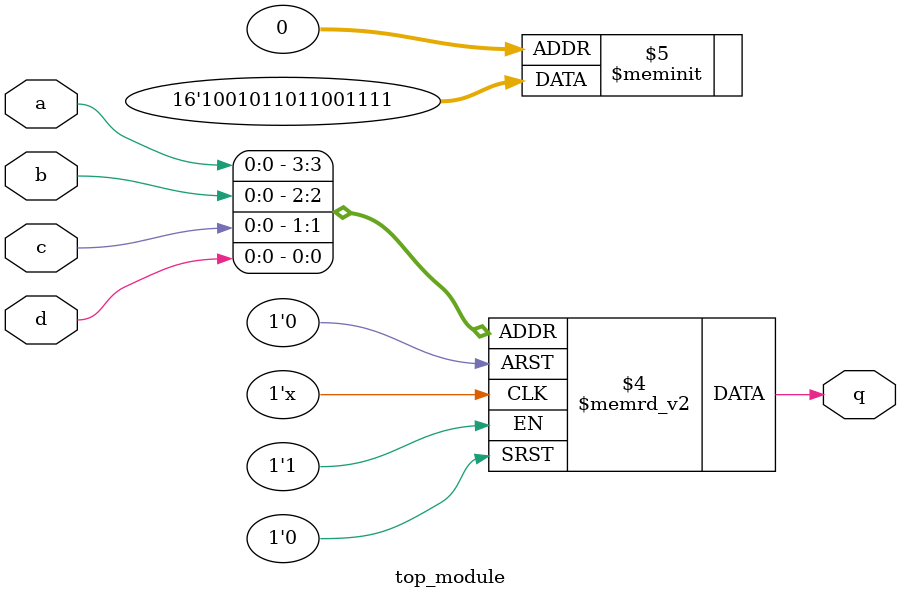
<source format=sv>
module top_module (
    input a, 
    input b, 
    input c, 
    input d,
    output q
);

always @(*) begin
    case ({a, b, c, d})
        4'b0000, 4'b0001, 4'b0010, 4'b0011: q = 1'b1;
        4'b0100: q = 1'b0;
        4'b0101: q = 1'b0;
        4'b0110: q = 1'b1;
        4'b0111: q = 1'b1;
        4'b1000: q = 1'b0;
        4'b1001: q = 1'b1;
        4'b1010: q = 1'b1;
        4'b1011: q = 1'b0;
        4'b1100: q = 1'b1;
        4'b1101: q = 1'b0;
        4'b1110: q = 1'b0;
        4'b1111: q = 1'b1;
        default: q = 1'bx;
    endcase
end

endmodule

</source>
